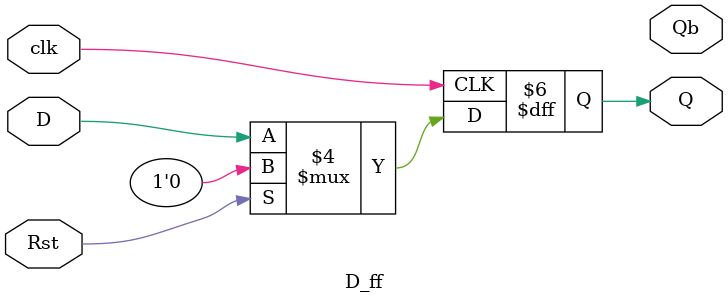
<source format=v>
module D_ff(D,clk,Rst,Q,Qb);
   input D,clk,Rst;
   output reg Q;
   output Qb;
   always @ (posedge clk)
      begin
          if(Rst==1)
            Q<=0;
          else
            Q<=D;
      end
endmodule
</source>
